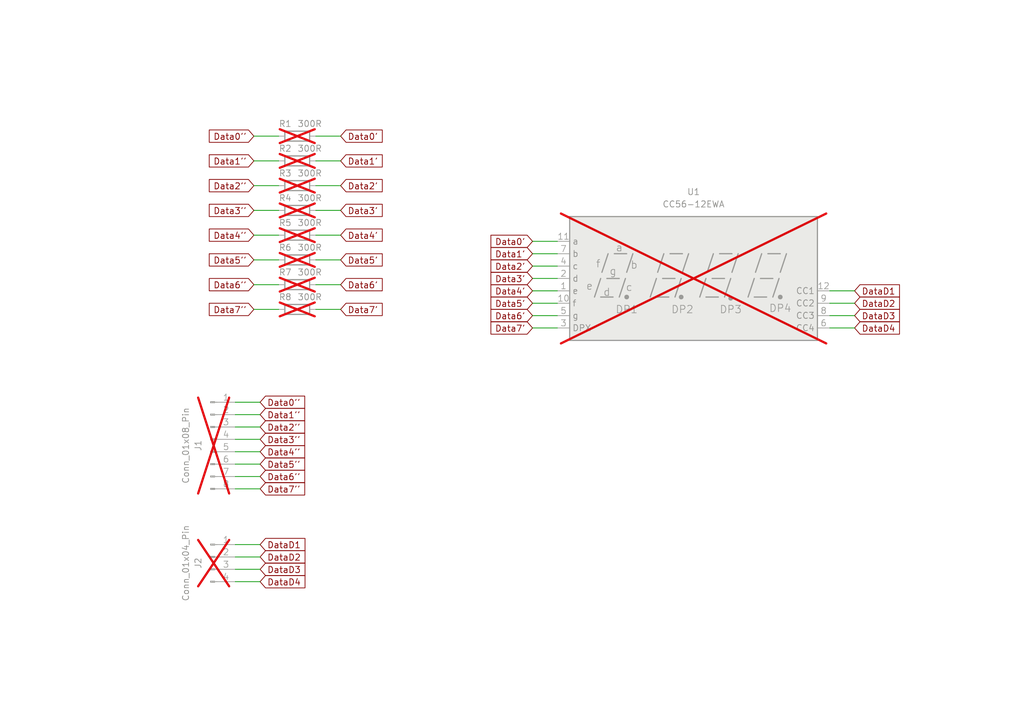
<source format=kicad_sch>
(kicad_sch (version 20231120) (generator "eeschema") (generator_version "8.0")
  (paper "A5")
  (title_block (title "Cx56-12xxx adapter") (date "2024-02-23") (rev "1.0"))
  (lib_symbols
    (symbol "Connector:Conn_01x04_Pin" (pin_names (offset 1.016) hide)
      (property "Reference" "J" (at 0 5.08 0))
      (property "Value" "Conn_01x04_Pin" (at 0 -7.62 0))
      (symbol "Conn_01x04_Pin_1_1"
        (polyline (pts (xy 1.27 -5.08) (xy 0.8636 -5.08)) (stroke (width 0.1524)))
        (polyline (pts (xy 1.27 -2.54) (xy 0.8636 -2.54)) (stroke (width 0.1524)))
        (polyline (pts (xy 1.27 0) (xy 0.8636 0)) (stroke (width 0.1524)))
        (polyline (pts (xy 1.27 2.54) (xy 0.8636 2.54)) (stroke (width 0.1524)))
        (rectangle (start 0.8636 -4.953) (end 0 -5.207) (stroke (width 0.1524)) (fill (type outline)))
        (rectangle (start 0.8636 -2.413) (end 0 -2.667) (stroke (width 0.1524)) (fill (type outline)))
        (rectangle (start 0.8636 0.127) (end 0 -0.127) (stroke (width 0.1524)) (fill (type outline)))
        (rectangle (start 0.8636 2.667) (end 0 2.413) (stroke (width 0.1524)) (fill (type outline)))
        (pin passive line (at 5.08 2.54 180) (length 3.81) (name "Pin_1") (number "1"))
        (pin passive line (at 5.08 0 180) (length 3.81) (name "Pin_2") (number "2"))
        (pin passive line (at 5.08 -2.54 180) (length 3.81) (name "Pin_3") (number "3"))
        (pin passive line (at 5.08 -5.08 180) (length 3.81) (name "Pin_4") (number "4"))
      )
    )
    (symbol "Connector:Conn_01x08_Pin" (pin_names (offset 1.016) hide)
      (property "Reference" "J" (at 0 10.16 0))
      (property "Value" "Conn_01x08_Pin" (at 0 -12.7 0))
      (symbol "Conn_01x08_Pin_1_1"
        (polyline (pts (xy 1.27 -10.16) (xy 0.8636 -10.16)) (stroke (width 0.1524)))
        (polyline (pts (xy 1.27 -7.62) (xy 0.8636 -7.62)) (stroke (width 0.1524)))
        (polyline (pts (xy 1.27 -5.08) (xy 0.8636 -5.08)) (stroke (width 0.1524)))
        (polyline (pts (xy 1.27 -2.54) (xy 0.8636 -2.54)) (stroke (width 0.1524)))
        (polyline (pts (xy 1.27 0) (xy 0.8636 0)) (stroke (width 0.1524)))
        (polyline (pts (xy 1.27 2.54) (xy 0.8636 2.54)) (stroke (width 0.1524)))
        (polyline (pts (xy 1.27 5.08) (xy 0.8636 5.08)) (stroke (width 0.1524)))
        (polyline (pts (xy 1.27 7.62) (xy 0.8636 7.62)) (stroke (width 0.1524)))
        (rectangle (start 0.8636 -10.033) (end 0 -10.287) (stroke (width 0.1524)) (fill (type outline)))
        (rectangle (start 0.8636 -7.493) (end 0 -7.747) (stroke (width 0.1524)) (fill (type outline)))
        (rectangle (start 0.8636 -4.953) (end 0 -5.207) (stroke (width 0.1524)) (fill (type outline)))
        (rectangle (start 0.8636 -2.413) (end 0 -2.667) (stroke (width 0.1524)) (fill (type outline)))
        (rectangle (start 0.8636 0.127) (end 0 -0.127) (stroke (width 0.1524)) (fill (type outline)))
        (rectangle (start 0.8636 2.667) (end 0 2.413) (stroke (width 0.1524)) (fill (type outline)))
        (rectangle (start 0.8636 5.207) (end 0 4.953) (stroke (width 0.1524)) (fill (type outline)))
        (rectangle (start 0.8636 7.747) (end 0 7.493) (stroke (width 0.1524)) (fill (type outline)))
        (pin passive line (at 5.08 7.62 180) (length 3.81) (name "Pin_1") (number "1"))
        (pin passive line (at 5.08 5.08 180) (length 3.81) (name "Pin_2") (number "2"))
        (pin passive line (at 5.08 2.54 180) (length 3.81) (name "Pin_3") (number "3"))
        (pin passive line (at 5.08 0 180) (length 3.81) (name "Pin_4") (number "4"))
        (pin passive line (at 5.08 -2.54 180) (length 3.81) (name "Pin_5") (number "5"))
        (pin passive line (at 5.08 -5.08 180) (length 3.81) (name "Pin_6") (number "6"))
        (pin passive line (at 5.08 -7.62 180) (length 3.81) (name "Pin_7") (number "7"))
        (pin passive line (at 5.08 -10.16 180) (length 3.81) (name "Pin_8") (number "8"))
      )
    )
    (symbol "Device:R" (pin_numbers hide) (pin_names (offset 0))
      (property "Reference" "R" (at 2.032 0 90))
      (property "Value" "R" (at 0 0 90))
      (symbol "R_0_1"
        (rectangle (start -1.016 -2.54) (end 1.016 2.54) (stroke (width 0.254)))
      )
      (symbol "R_1_1"
        (pin passive line (at 0 3.81 270) (length 1.27) (name "~") (number "1"))
        (pin passive line (at 0 -3.81 90) (length 1.27) (name "~") (number "2"))
      )
    )
    (symbol "Display_Character:CC56-12EWA"
      (property "Reference" "U" (at -24.13 13.97 0))
      (property "Value" "CC56-12EWA" (at 19.05 13.97 0))
      (symbol "CC56-12EWA_0_0"
        (rectangle (start -25.4 12.7) (end 25.4 -12.7) (stroke (width 0.254)) (fill (type background)))
        (polyline (pts (xy -20.32 -3.81) (xy -19.05 0)) (stroke (width 0.254)))
        (polyline (pts (xy -19.05 -3.81) (xy -16.51 -3.81)) (stroke (width 0.254)))
        (polyline (pts (xy -18.796 1.27) (xy -17.526 5.08)) (stroke (width 0.254)))
        (polyline (pts (xy -17.78 0) (xy -15.24 0)) (stroke (width 0.254)))
        (polyline (pts (xy -16.256 5.08) (xy -13.716 5.08)) (stroke (width 0.254)))
        (polyline (pts (xy -15.24 -3.81) (xy -13.97 0)) (stroke (width 0.254)))
        (polyline (pts (xy -13.716 1.27) (xy -12.446 5.08)) (stroke (width 0.254)))
        (polyline (pts (xy -8.89 -3.81) (xy -7.62 0)) (stroke (width 0.254)))
        (polyline (pts (xy -7.62 -3.81) (xy -5.08 -3.81)) (stroke (width 0.254)))
        (polyline (pts (xy -7.366 1.27) (xy -6.096 5.08)) (stroke (width 0.254)))
        (polyline (pts (xy -6.35 0) (xy -3.81 0)) (stroke (width 0.254)))
        (polyline (pts (xy -4.826 5.08) (xy -2.286 5.08)) (stroke (width 0.254)))
        (polyline (pts (xy -3.81 -3.81) (xy -2.54 0)) (stroke (width 0.254)))
        (polyline (pts (xy -2.286 1.27) (xy -1.016 5.08)) (stroke (width 0.254)))
        (polyline (pts (xy 1.27 -3.81) (xy 2.54 0)) (stroke (width 0.254)))
        (polyline (pts (xy 2.54 -3.81) (xy 5.08 -3.81)) (stroke (width 0.254)))
        (polyline (pts (xy 2.794 1.27) (xy 4.064 5.08)) (stroke (width 0.254)))
        (polyline (pts (xy 3.81 0) (xy 6.35 0)) (stroke (width 0.254)))
        (polyline (pts (xy 5.334 5.08) (xy 7.874 5.08)) (stroke (width 0.254)))
        (polyline (pts (xy 6.35 -3.81) (xy 7.62 0)) (stroke (width 0.254)))
        (polyline (pts (xy 7.874 1.27) (xy 9.144 5.08)) (stroke (width 0.254)))
        (polyline (pts (xy 11.176 -3.81) (xy 12.446 0)) (stroke (width 0.254)))
        (polyline (pts (xy 12.446 -3.81) (xy 14.986 -3.81)) (stroke (width 0.254)))
        (polyline (pts (xy 12.7 1.27) (xy 13.97 5.08)) (stroke (width 0.254)))
        (polyline (pts (xy 13.716 0) (xy 16.256 0)) (stroke (width 0.254)))
        (polyline (pts (xy 15.24 5.08) (xy 17.78 5.08)) (stroke (width 0.254)))
        (polyline (pts (xy 16.256 -3.81) (xy 17.526 0)) (stroke (width 0.254)))
        (polyline (pts (xy 17.78 1.27) (xy 19.05 5.08)) (stroke (width 0.254)))
        (text "a" (at -15.24 6.35 0) (effects (font (size 1.524 1.524))))
        (text "b" (at -12.192 2.794 0) (effects (font (size 1.524 1.524))))
        (text "c" (at -13.208 -1.778 0) (effects (font (size 1.524 1.524))))
        (text "d" (at -17.78 -2.794 0) (effects (font (size 1.524 1.524))))
        (text "DP1" (at -13.716 -6.35 0) (effects (font (size 1.524 1.524))))
        (text "DP2" (at -2.286 -6.35 0) (effects (font (size 1.524 1.524))))
        (text "DP3" (at 7.62 -6.35 0) (effects (font (size 1.524 1.524))))
        (text "DP4" (at 17.78 -6.096 0) (effects (font (size 1.524 1.524))))
        (text "e" (at -21.336 -1.524 0) (effects (font (size 1.524 1.524))))
        (text "f" (at -19.558 3.048 0) (effects (font (size 1.524 1.524))))
        (text "g" (at -16.51 1.524 0) (effects (font (size 1.524 1.524))))
      )
      (symbol "CC56-12EWA_0_1"
        (circle (center -13.716 -3.81) (radius 0.3556) (stroke (width 0.254)) (fill (type outline)))
        (circle (center -2.54 -3.81) (radius 0.3556) (stroke (width 0.254)) (fill (type outline)))
      )
      (symbol "CC56-12EWA_1_0"
        (circle (center 7.62 -4.064) (radius 0.3556) (stroke (width 0.254)) (fill (type outline)))
        (circle (center 17.78 -3.81) (radius 0.3556) (stroke (width 0.254)) (fill (type outline)))
      )
      (symbol "CC56-12EWA_1_1"
        (pin input line (at -27.94 -2.54 0) (length 2.54) (name "e") (number "1"))
        (pin input line (at -27.94 -5.08 0) (length 2.54) (name "f") (number "10"))
        (pin input line (at -27.94 7.62 0) (length 2.54) (name "a") (number "11"))
        (pin input line (at 27.94 -2.54 180) (length 2.54) (name "CC1") (number "12"))
        (pin input line (at -27.94 0 0) (length 2.54) (name "d") (number "2"))
        (pin input line (at -27.94 -10.16 0) (length 2.54) (name "DPX") (number "3"))
        (pin input line (at -27.94 2.54 0) (length 2.54) (name "c") (number "4"))
        (pin input line (at -27.94 -7.62 0) (length 2.54) (name "g") (number "5"))
        (pin input line (at 27.94 -10.16 180) (length 2.54) (name "CC4") (number "6"))
        (pin input line (at -27.94 5.08 0) (length 2.54) (name "b") (number "7"))
        (pin input line (at 27.94 -7.62 180) (length 2.54) (name "CC3") (number "8"))
        (pin input line (at 27.94 -5.08 180) (length 2.54) (name "CC2") (number "9"))
      )
    )
  )
  (wire (pts (xy 170.18 64.77) (xy 175.26 64.77)))
  (wire (pts (xy 48.26 97.79) (xy 53.34 97.79)))
  (wire (pts (xy 64.77 43.18) (xy 69.85 43.18)))
  (wire (pts (xy 52.07 58.42) (xy 57.15 58.42)))
  (wire (pts (xy 48.26 82.55) (xy 53.34 82.55)))
  (wire (pts (xy 170.18 67.31) (xy 175.26 67.31)))
  (wire (pts (xy 48.26 95.25) (xy 53.34 95.25)))
  (wire (pts (xy 109.22 59.69) (xy 114.3 59.69)))
  (wire (pts (xy 109.22 52.07) (xy 114.3 52.07)))
  (wire (pts (xy 48.26 92.71) (xy 53.34 92.71)))
  (wire (pts (xy 52.07 27.94) (xy 57.15 27.94)))
  (wire (pts (xy 48.26 116.84) (xy 53.34 116.84)))
  (wire (pts (xy 64.77 58.42) (xy 69.85 58.42)))
  (wire (pts (xy 64.77 38.1) (xy 69.85 38.1)))
  (wire (pts (xy 48.26 90.17) (xy 53.34 90.17)))
  (wire (pts (xy 64.77 48.26) (xy 69.85 48.26)))
  (wire (pts (xy 109.22 67.31) (xy 114.3 67.31)))
  (wire (pts (xy 52.07 53.34) (xy 57.15 53.34)))
  (wire (pts (xy 64.77 53.34) (xy 69.85 53.34)))
  (wire (pts (xy 52.07 33.02) (xy 57.15 33.02)))
  (wire (pts (xy 52.07 63.5) (xy 57.15 63.5)))
  (wire (pts (xy 48.26 100.33) (xy 53.34 100.33)))
  (wire (pts (xy 109.22 49.53) (xy 114.3 49.53)))
  (wire (pts (xy 48.26 85.09) (xy 53.34 85.09)))
  (wire (pts (xy 109.22 64.77) (xy 114.3 64.77)))
  (wire (pts (xy 48.26 111.76) (xy 53.34 111.76)))
  (wire (pts (xy 109.22 57.15) (xy 114.3 57.15)))
  (wire (pts (xy 48.26 114.3) (xy 53.34 114.3)))
  (wire (pts (xy 52.07 48.26) (xy 57.15 48.26)))
  (wire (pts (xy 52.07 38.1) (xy 57.15 38.1)))
  (wire (pts (xy 109.22 54.61) (xy 114.3 54.61)))
  (wire (pts (xy 52.07 43.18) (xy 57.15 43.18)))
  (wire (pts (xy 48.26 87.63) (xy 53.34 87.63)))
  (wire (pts (xy 64.77 33.02) (xy 69.85 33.02)))
  (wire (pts (xy 64.77 63.5) (xy 69.85 63.5)))
  (wire (pts (xy 109.22 62.23) (xy 114.3 62.23)))
  (wire (pts (xy 64.77 27.94) (xy 69.85 27.94)))
  (wire (pts (xy 170.18 59.69) (xy 175.26 59.69)))
  (wire (pts (xy 170.18 62.23) (xy 175.26 62.23)))
  (wire (pts (xy 48.26 119.38) (xy 53.34 119.38)))
  (global_label "Data2''" (shape input) (at 53.34 87.63 0) (property "Intersheetrefs" "${INTERSHEET_REFS}" (effects (hide yes))))
  (global_label "DataD3" (shape input) (at 53.34 116.84 0) (property "Intersheetrefs" "${INTERSHEET_REFS}" (effects (hide yes))))
  (global_label "Data4'" (shape input) (at 109.22 59.69 180) (property "Intersheetrefs" "${INTERSHEET_REFS}" (effects (hide yes))))
  (global_label "Data0'" (shape input) (at 109.22 49.53 180) (property "Intersheetrefs" "${INTERSHEET_REFS}" (effects (hide yes))))
  (global_label "Data1'" (shape input) (at 109.22 52.07 180) (property "Intersheetrefs" "${INTERSHEET_REFS}" (effects (hide yes))))
  (global_label "Data2'" (shape input) (at 69.85 38.1 0) (property "Intersheetrefs" "${INTERSHEET_REFS}" (effects (hide yes))))
  (global_label "Data7''" (shape input) (at 52.07 63.5 180) (property "Intersheetrefs" "${INTERSHEET_REFS}" (effects (hide yes))))
  (global_label "Data6''" (shape input) (at 53.34 97.79 0) (property "Intersheetrefs" "${INTERSHEET_REFS}" (effects (hide yes))))
  (global_label "Data3''" (shape input) (at 53.34 90.17 0) (property "Intersheetrefs" "${INTERSHEET_REFS}" (effects (hide yes))))
  (global_label "DataD3" (shape input) (at 175.26 64.77 0) (property "Intersheetrefs" "${INTERSHEET_REFS}" (effects (hide yes))))
  (global_label "Data3'" (shape input) (at 109.22 57.15 180) (property "Intersheetrefs" "${INTERSHEET_REFS}" (effects (hide yes))))
  (global_label "Data4''" (shape input) (at 53.34 92.71 0) (property "Intersheetrefs" "${INTERSHEET_REFS}" (effects (hide yes))))
  (global_label "Data7''" (shape input) (at 53.34 100.33 0) (property "Intersheetrefs" "${INTERSHEET_REFS}" (effects (hide yes))))
  (global_label "Data4'" (shape input) (at 69.85 48.26 0) (property "Intersheetrefs" "${INTERSHEET_REFS}" (effects (hide yes))))
  (global_label "Data2''" (shape input) (at 52.07 38.1 180) (property "Intersheetrefs" "${INTERSHEET_REFS}" (effects (hide yes))))
  (global_label "DataD1" (shape input) (at 175.26 59.69 0) (property "Intersheetrefs" "${INTERSHEET_REFS}" (effects (hide yes))))
  (global_label "Data0'" (shape input) (at 69.85 27.94 0) (property "Intersheetrefs" "${INTERSHEET_REFS}" (effects (hide yes))))
  (global_label "Data7'" (shape input) (at 109.22 67.31 180) (property "Intersheetrefs" "${INTERSHEET_REFS}" (effects (hide yes))))
  (global_label "Data1''" (shape input) (at 52.07 33.02 180) (property "Intersheetrefs" "${INTERSHEET_REFS}" (effects (hide yes))))
  (global_label "Data3'" (shape input) (at 69.85 43.18 0) (property "Intersheetrefs" "${INTERSHEET_REFS}" (effects (hide yes))))
  (global_label "Data3''" (shape input) (at 52.07 43.18 180) (property "Intersheetrefs" "${INTERSHEET_REFS}" (effects (hide yes))))
  (global_label "Data0''" (shape input) (at 52.07 27.94 180) (property "Intersheetrefs" "${INTERSHEET_REFS}" (effects (hide yes))))
  (global_label "Data6'" (shape input) (at 109.22 64.77 180) (property "Intersheetrefs" "${INTERSHEET_REFS}" (effects (hide yes))))
  (global_label "DataD4" (shape input) (at 53.34 119.38 0) (property "Intersheetrefs" "${INTERSHEET_REFS}" (effects (hide yes))))
  (global_label "Data5'" (shape input) (at 69.85 53.34 0) (property "Intersheetrefs" "${INTERSHEET_REFS}" (effects (hide yes))))
  (global_label "Data4''" (shape input) (at 52.07 48.26 180) (property "Intersheetrefs" "${INTERSHEET_REFS}" (effects (hide yes))))
  (global_label "Data6''" (shape input) (at 52.07 58.42 180) (property "Intersheetrefs" "${INTERSHEET_REFS}" (effects (hide yes))))
  (global_label "DataD2" (shape input) (at 175.26 62.23 0) (property "Intersheetrefs" "${INTERSHEET_REFS}" (effects (hide yes))))
  (global_label "Data1''" (shape input) (at 53.34 85.09 0) (property "Intersheetrefs" "${INTERSHEET_REFS}" (effects (hide yes))))
  (global_label "Data2'" (shape input) (at 109.22 54.61 180) (property "Intersheetrefs" "${INTERSHEET_REFS}" (effects (hide yes))))
  (global_label "DataD2" (shape input) (at 53.34 114.3 0) (property "Intersheetrefs" "${INTERSHEET_REFS}" (effects (hide yes))))
  (global_label "DataD4" (shape input) (at 175.26 67.31 0) (property "Intersheetrefs" "${INTERSHEET_REFS}" (effects (hide yes))))
  (global_label "Data0''" (shape input) (at 53.34 82.55 0) (property "Intersheetrefs" "${INTERSHEET_REFS}" (effects (hide yes))))
  (global_label "Data5'" (shape input) (at 109.22 62.23 180) (property "Intersheetrefs" "${INTERSHEET_REFS}" (effects (hide yes))))
  (global_label "Data1'" (shape input) (at 69.85 33.02 0) (property "Intersheetrefs" "${INTERSHEET_REFS}" (effects (hide yes))))
  (global_label "DataD1" (shape input) (at 53.34 111.76 0) (property "Intersheetrefs" "${INTERSHEET_REFS}" (effects (hide yes))))
  (global_label "Data7'" (shape input) (at 69.85 63.5 0) (property "Intersheetrefs" "${INTERSHEET_REFS}" (effects (hide yes))))
  (global_label "Data6'" (shape input) (at 69.85 58.42 0) (property "Intersheetrefs" "${INTERSHEET_REFS}" (effects (hide yes))))
  (global_label "Data5''" (shape input) (at 52.07 53.34 180) (property "Intersheetrefs" "${INTERSHEET_REFS}" (effects (hide yes))))
  (global_label "Data5''" (shape input) (at 53.34 95.25 0) (property "Intersheetrefs" "${INTERSHEET_REFS}" (effects (hide yes))))
  (symbol (lib_id "Device:R") (at 60.96 53.34 270) (unit 1) (dnp yes)
    (property "Reference" "R6" (at 57.15 50.8 90) (effects (justify left)))
    (property "Value" "300R" (at 60.96 50.8 90) (effects (justify left)))
    (property "Footprint" "Resistor_SMD:R_0805_2012Metric_Pad1.20x1.40mm_HandSolder" (effects (hide yes)))
  )
  (symbol (lib_id "Device:R") (at 60.96 38.1 270) (unit 1) (dnp yes)
    (property "Reference" "R3" (at 57.15 35.56 90) (effects (justify left)))
    (property "Value" "300R" (at 60.96 35.56 90) (effects (justify left)))
    (property "Footprint" "Resistor_SMD:R_0805_2012Metric_Pad1.20x1.40mm_HandSolder" (effects (hide yes)))
  )
  (symbol (lib_id "Device:R") (at 60.96 27.94 270) (unit 1) (dnp yes)
    (property "Reference" "R1" (at 57.15 25.4 90) (effects (justify left)))
    (property "Value" "300R" (at 60.96 25.4 90) (effects (justify left)))
    (property "Footprint" "Resistor_SMD:R_0805_2012Metric_Pad1.20x1.40mm_HandSolder" (effects (hide yes)))
  )
  (symbol (lib_id "Device:R") (at 60.96 58.42 270) (unit 1) (dnp yes)
    (property "Reference" "R7" (at 57.15 55.88 90) (effects (justify left)))
    (property "Value" "300R" (at 60.96 55.88 90) (effects (justify left)))
    (property "Footprint" "Resistor_SMD:R_0805_2012Metric_Pad1.20x1.40mm_HandSolder" (effects (hide yes)))
  )
  (symbol (lib_id "Connector:Conn_01x04_Pin") (at 43.18 114.3 0) (unit 1) (dnp yes)
    (property "Reference" "J2" (at 40.64 115.57 90))
    (property "Value" "Conn_01x04_Pin" (at 38.1 115.57 90))
    (property "Footprint" "Connector_PinHeader_2.54mm:PinHeader_1x04_P2.54mm_Vertical" (effects (hide yes)))
  )
  (symbol (lib_id "Device:R") (at 60.96 33.02 270) (unit 1) (dnp yes)
    (property "Reference" "R2" (at 57.15 30.48 90) (effects (justify left)))
    (property "Value" "300R" (at 60.96 30.48 90) (effects (justify left)))
    (property "Footprint" "Resistor_SMD:R_0805_2012Metric_Pad1.20x1.40mm_HandSolder" (effects (hide yes)))
  )
  (symbol (lib_id "Device:R") (at 60.96 63.5 270) (unit 1) (dnp yes)
    (property "Reference" "R8" (at 57.15 60.96 90) (effects (justify left)))
    (property "Value" "300R" (at 60.96 60.96 90) (effects (justify left)))
    (property "Footprint" "Resistor_SMD:R_0805_2012Metric_Pad1.20x1.40mm_HandSolder" (effects (hide yes)))
  )
  (symbol (lib_id "Device:R") (at 60.96 43.18 270) (unit 1) (dnp yes)
    (property "Reference" "R4" (at 57.15 40.64 90) (effects (justify left)))
    (property "Value" "300R" (at 60.96 40.64 90) (effects (justify left)))
    (property "Footprint" "Resistor_SMD:R_0805_2012Metric_Pad1.20x1.40mm_HandSolder" (effects (hide yes)))
  )
  (symbol (lib_id "Connector:Conn_01x08_Pin") (at 43.18 90.17 0) (unit 1) (dnp yes)
    (property "Reference" "J1" (at 40.64 91.44 90))
    (property "Value" "Conn_01x08_Pin" (at 38.1 91.44 90))
    (property "Footprint" "Connector_PinHeader_2.54mm:PinHeader_1x08_P2.54mm_Vertical" (effects (hide yes)))
  )
  (symbol (lib_id "Display_Character:CC56-12EWA") (at 142.24 57.15 0) (unit 1) (dnp yes)
    (property "Reference" "U1" (at 142.24 39.37 0))
    (property "Value" "CC56-12EWA" (at 142.24 41.91 0))
    (property "Footprint" "Display_7Segment:CA56-12EWA" (effects (hide yes)))
    (property "Datasheet" "http://www.kingbrightusa.com/images/catalog/SPEC/CA56-12EWA.pdf" (effects (hide yes)))
  )
  (symbol (lib_id "Device:R") (at 60.96 48.26 270) (unit 1) (dnp yes)
    (property "Reference" "R5" (at 57.15 45.72 90) (effects (justify left)))
    (property "Value" "300R" (at 60.96 45.72 90) (effects (justify left)))
    (property "Footprint" "Resistor_SMD:R_0805_2012Metric_Pad1.20x1.40mm_HandSolder" (effects (hide yes)))
  )
)
</source>
